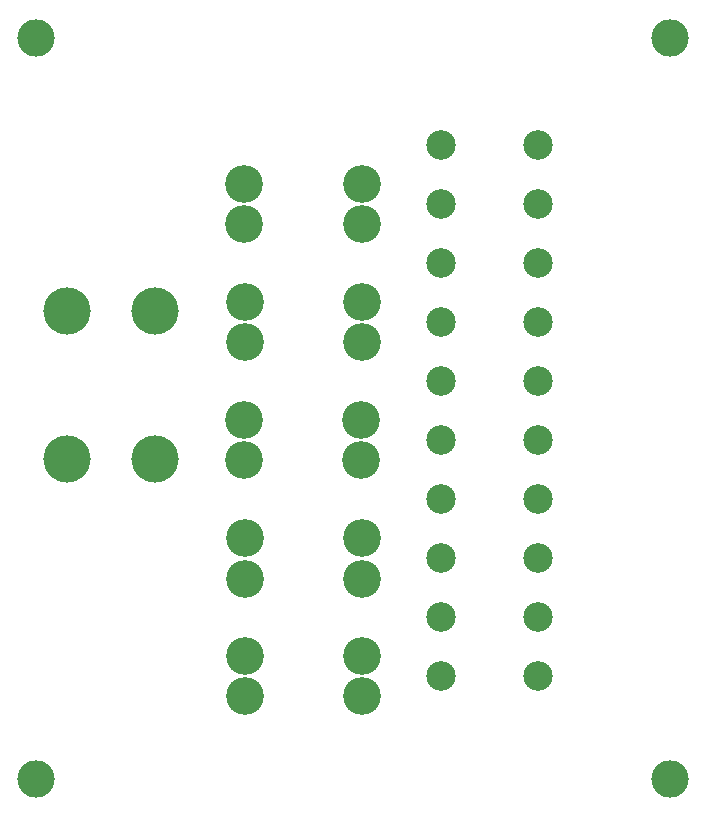
<source format=gbr>
%TF.GenerationSoftware,KiCad,Pcbnew,7.0.7*%
%TF.CreationDate,2023-11-23T15:16:12-08:00*%
%TF.ProjectId,PowerDistribution,506f7765-7244-4697-9374-726962757469,R1*%
%TF.SameCoordinates,Original*%
%TF.FileFunction,Soldermask,Bot*%
%TF.FilePolarity,Negative*%
%FSLAX46Y46*%
G04 Gerber Fmt 4.6, Leading zero omitted, Abs format (unit mm)*
G04 Created by KiCad (PCBNEW 7.0.7) date 2023-11-23 15:16:12*
%MOMM*%
%LPD*%
G01*
G04 APERTURE LIST*
%ADD10C,3.175000*%
%ADD11C,3.204000*%
%ADD12C,2.500000*%
%ADD13C,4.000000*%
G04 APERTURE END LIST*
D10*
%TO.C,H5*%
X147780000Y-66755000D03*
%TD*%
D11*
%TO.C,F1*%
X175429001Y-122465899D03*
X175429001Y-119065899D03*
X165509001Y-122465899D03*
X165509001Y-119065899D03*
%TD*%
D10*
%TO.C,H1*%
X201470000Y-129455000D03*
%TD*%
D11*
%TO.C,F2*%
X175419001Y-112505899D03*
X175419001Y-109105899D03*
X165499001Y-112505899D03*
X165499001Y-109105899D03*
%TD*%
D12*
%TO.C,J2*%
X182149002Y-120765902D03*
X190349001Y-120765902D03*
X182149002Y-115765900D03*
X190349001Y-115765900D03*
X182149002Y-110765899D03*
X190349001Y-110765899D03*
X182149002Y-105765899D03*
X190349001Y-105765899D03*
X182149002Y-100765899D03*
X190349001Y-100765899D03*
X182149002Y-95765899D03*
X190349001Y-95765899D03*
X182149002Y-90765899D03*
X190349001Y-90765899D03*
X182149002Y-85765899D03*
X190349001Y-85765899D03*
X182149002Y-80765899D03*
X190349001Y-80765899D03*
X182149002Y-75765898D03*
X190349001Y-75765898D03*
%TD*%
D11*
%TO.C,F5*%
X175379001Y-82485899D03*
X175379001Y-79085899D03*
X165459001Y-82485899D03*
X165459001Y-79085899D03*
%TD*%
%TO.C,F3*%
X175349001Y-102445899D03*
X175349001Y-99045899D03*
X165429001Y-102445899D03*
X165429001Y-99045899D03*
%TD*%
D10*
%TO.C,H6*%
X147780000Y-129455000D03*
%TD*%
%TO.C,H2*%
X201470000Y-66755000D03*
%TD*%
D11*
%TO.C,F4*%
X175419001Y-92455899D03*
X175419001Y-89055899D03*
X165499001Y-92455899D03*
X165499001Y-89055899D03*
%TD*%
D13*
%TO.C,J1*%
X150435000Y-89858000D03*
X150435000Y-102358000D03*
X157935000Y-89858000D03*
X157935000Y-102358000D03*
%TD*%
M02*

</source>
